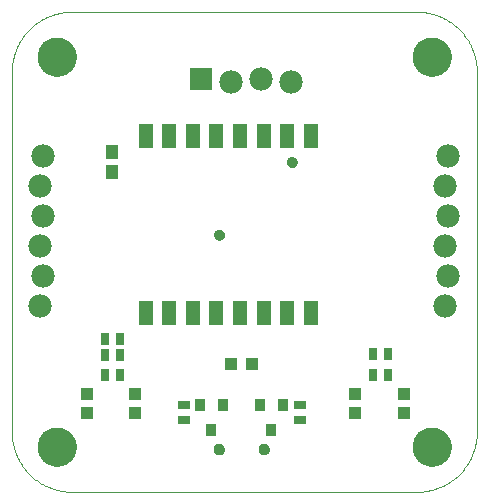
<source format=gts>
G75*
%MOIN*%
%OFA0B0*%
%FSLAX25Y25*%
%IPPOS*%
%LPD*%
%AMOC8*
5,1,8,0,0,1.08239X$1,22.5*
%
%ADD10C,0.00100*%
%ADD11C,0.00000*%
%ADD12C,0.12998*%
%ADD13R,0.04337X0.04731*%
%ADD14R,0.04400X0.04400*%
%ADD15R,0.03156X0.03943*%
%ADD16R,0.03943X0.04337*%
%ADD17R,0.05124X0.08274*%
%ADD18C,0.03746*%
%ADD19C,0.07800*%
%ADD20R,0.07800X0.07800*%
%ADD21C,0.03550*%
%ADD22R,0.03550X0.03943*%
%ADD23R,0.03943X0.03156*%
D10*
X0033000Y0015846D02*
X0148000Y0015846D01*
X0148483Y0015852D01*
X0148966Y0015869D01*
X0149449Y0015899D01*
X0149930Y0015939D01*
X0150411Y0015992D01*
X0150890Y0016056D01*
X0151367Y0016131D01*
X0151843Y0016219D01*
X0152316Y0016317D01*
X0152786Y0016427D01*
X0153254Y0016548D01*
X0153719Y0016681D01*
X0154180Y0016825D01*
X0154638Y0016980D01*
X0155092Y0017146D01*
X0155542Y0017323D01*
X0155987Y0017510D01*
X0156428Y0017709D01*
X0156864Y0017917D01*
X0157294Y0018137D01*
X0157720Y0018367D01*
X0158139Y0018607D01*
X0158553Y0018857D01*
X0158960Y0019117D01*
X0159361Y0019386D01*
X0159756Y0019666D01*
X0160143Y0019954D01*
X0160524Y0020253D01*
X0160897Y0020560D01*
X0161262Y0020876D01*
X0161620Y0021201D01*
X0161970Y0021534D01*
X0162312Y0021876D01*
X0162645Y0022226D01*
X0162970Y0022584D01*
X0163286Y0022949D01*
X0163593Y0023322D01*
X0163892Y0023703D01*
X0164180Y0024090D01*
X0164460Y0024485D01*
X0164729Y0024886D01*
X0164989Y0025293D01*
X0165239Y0025707D01*
X0165479Y0026126D01*
X0165709Y0026552D01*
X0165929Y0026982D01*
X0166137Y0027418D01*
X0166336Y0027859D01*
X0166523Y0028304D01*
X0166700Y0028754D01*
X0166866Y0029208D01*
X0167021Y0029666D01*
X0167165Y0030127D01*
X0167298Y0030592D01*
X0167419Y0031060D01*
X0167529Y0031530D01*
X0167627Y0032003D01*
X0167715Y0032479D01*
X0167790Y0032956D01*
X0167854Y0033435D01*
X0167907Y0033916D01*
X0167947Y0034397D01*
X0167977Y0034880D01*
X0167994Y0035363D01*
X0168000Y0035846D01*
X0168000Y0155846D01*
X0167994Y0156329D01*
X0167977Y0156812D01*
X0167947Y0157295D01*
X0167907Y0157776D01*
X0167854Y0158257D01*
X0167790Y0158736D01*
X0167715Y0159213D01*
X0167627Y0159689D01*
X0167529Y0160162D01*
X0167419Y0160632D01*
X0167298Y0161100D01*
X0167165Y0161565D01*
X0167021Y0162026D01*
X0166866Y0162484D01*
X0166700Y0162938D01*
X0166523Y0163388D01*
X0166336Y0163833D01*
X0166137Y0164274D01*
X0165929Y0164710D01*
X0165709Y0165140D01*
X0165479Y0165566D01*
X0165239Y0165985D01*
X0164989Y0166399D01*
X0164729Y0166806D01*
X0164460Y0167207D01*
X0164180Y0167602D01*
X0163892Y0167989D01*
X0163593Y0168370D01*
X0163286Y0168743D01*
X0162970Y0169108D01*
X0162645Y0169466D01*
X0162312Y0169816D01*
X0161970Y0170158D01*
X0161620Y0170491D01*
X0161262Y0170816D01*
X0160897Y0171132D01*
X0160524Y0171439D01*
X0160143Y0171738D01*
X0159756Y0172026D01*
X0159361Y0172306D01*
X0158960Y0172575D01*
X0158553Y0172835D01*
X0158139Y0173085D01*
X0157720Y0173325D01*
X0157294Y0173555D01*
X0156864Y0173775D01*
X0156428Y0173983D01*
X0155987Y0174182D01*
X0155542Y0174369D01*
X0155092Y0174546D01*
X0154638Y0174712D01*
X0154180Y0174867D01*
X0153719Y0175011D01*
X0153254Y0175144D01*
X0152786Y0175265D01*
X0152316Y0175375D01*
X0151843Y0175473D01*
X0151367Y0175561D01*
X0150890Y0175636D01*
X0150411Y0175700D01*
X0149930Y0175753D01*
X0149449Y0175793D01*
X0148966Y0175823D01*
X0148483Y0175840D01*
X0148000Y0175846D01*
X0033000Y0175846D01*
X0032517Y0175840D01*
X0032034Y0175823D01*
X0031551Y0175793D01*
X0031070Y0175753D01*
X0030589Y0175700D01*
X0030110Y0175636D01*
X0029633Y0175561D01*
X0029157Y0175473D01*
X0028684Y0175375D01*
X0028214Y0175265D01*
X0027746Y0175144D01*
X0027281Y0175011D01*
X0026820Y0174867D01*
X0026362Y0174712D01*
X0025908Y0174546D01*
X0025458Y0174369D01*
X0025013Y0174182D01*
X0024572Y0173983D01*
X0024136Y0173775D01*
X0023706Y0173555D01*
X0023280Y0173325D01*
X0022861Y0173085D01*
X0022447Y0172835D01*
X0022040Y0172575D01*
X0021639Y0172306D01*
X0021244Y0172026D01*
X0020857Y0171738D01*
X0020476Y0171439D01*
X0020103Y0171132D01*
X0019738Y0170816D01*
X0019380Y0170491D01*
X0019030Y0170158D01*
X0018688Y0169816D01*
X0018355Y0169466D01*
X0018030Y0169108D01*
X0017714Y0168743D01*
X0017407Y0168370D01*
X0017108Y0167989D01*
X0016820Y0167602D01*
X0016540Y0167207D01*
X0016271Y0166806D01*
X0016011Y0166399D01*
X0015761Y0165985D01*
X0015521Y0165566D01*
X0015291Y0165140D01*
X0015071Y0164710D01*
X0014863Y0164274D01*
X0014664Y0163833D01*
X0014477Y0163388D01*
X0014300Y0162938D01*
X0014134Y0162484D01*
X0013979Y0162026D01*
X0013835Y0161565D01*
X0013702Y0161100D01*
X0013581Y0160632D01*
X0013471Y0160162D01*
X0013373Y0159689D01*
X0013285Y0159213D01*
X0013210Y0158736D01*
X0013146Y0158257D01*
X0013093Y0157776D01*
X0013053Y0157295D01*
X0013023Y0156812D01*
X0013006Y0156329D01*
X0013000Y0155846D01*
X0013000Y0035846D01*
X0013006Y0035363D01*
X0013023Y0034880D01*
X0013053Y0034397D01*
X0013093Y0033916D01*
X0013146Y0033435D01*
X0013210Y0032956D01*
X0013285Y0032479D01*
X0013373Y0032003D01*
X0013471Y0031530D01*
X0013581Y0031060D01*
X0013702Y0030592D01*
X0013835Y0030127D01*
X0013979Y0029666D01*
X0014134Y0029208D01*
X0014300Y0028754D01*
X0014477Y0028304D01*
X0014664Y0027859D01*
X0014863Y0027418D01*
X0015071Y0026982D01*
X0015291Y0026552D01*
X0015521Y0026126D01*
X0015761Y0025707D01*
X0016011Y0025293D01*
X0016271Y0024886D01*
X0016540Y0024485D01*
X0016820Y0024090D01*
X0017108Y0023703D01*
X0017407Y0023322D01*
X0017714Y0022949D01*
X0018030Y0022584D01*
X0018355Y0022226D01*
X0018688Y0021876D01*
X0019030Y0021534D01*
X0019380Y0021201D01*
X0019738Y0020876D01*
X0020103Y0020560D01*
X0020476Y0020253D01*
X0020857Y0019954D01*
X0021244Y0019666D01*
X0021639Y0019386D01*
X0022040Y0019117D01*
X0022447Y0018857D01*
X0022861Y0018607D01*
X0023280Y0018367D01*
X0023706Y0018137D01*
X0024136Y0017917D01*
X0024572Y0017709D01*
X0025013Y0017510D01*
X0025458Y0017323D01*
X0025908Y0017146D01*
X0026362Y0016980D01*
X0026820Y0016825D01*
X0027281Y0016681D01*
X0027746Y0016548D01*
X0028214Y0016427D01*
X0028684Y0016317D01*
X0029157Y0016219D01*
X0029633Y0016131D01*
X0030110Y0016056D01*
X0030589Y0015992D01*
X0031070Y0015939D01*
X0031551Y0015899D01*
X0032034Y0015869D01*
X0032517Y0015852D01*
X0033000Y0015846D01*
D11*
X0021701Y0030846D02*
X0021703Y0031004D01*
X0021709Y0031162D01*
X0021719Y0031320D01*
X0021733Y0031478D01*
X0021751Y0031635D01*
X0021772Y0031792D01*
X0021798Y0031948D01*
X0021828Y0032104D01*
X0021861Y0032259D01*
X0021899Y0032412D01*
X0021940Y0032565D01*
X0021985Y0032717D01*
X0022034Y0032868D01*
X0022087Y0033017D01*
X0022143Y0033165D01*
X0022203Y0033311D01*
X0022267Y0033456D01*
X0022335Y0033599D01*
X0022406Y0033741D01*
X0022480Y0033881D01*
X0022558Y0034018D01*
X0022640Y0034154D01*
X0022724Y0034288D01*
X0022813Y0034419D01*
X0022904Y0034548D01*
X0022999Y0034675D01*
X0023096Y0034800D01*
X0023197Y0034922D01*
X0023301Y0035041D01*
X0023408Y0035158D01*
X0023518Y0035272D01*
X0023631Y0035383D01*
X0023746Y0035492D01*
X0023864Y0035597D01*
X0023985Y0035699D01*
X0024108Y0035799D01*
X0024234Y0035895D01*
X0024362Y0035988D01*
X0024492Y0036078D01*
X0024625Y0036164D01*
X0024760Y0036248D01*
X0024896Y0036327D01*
X0025035Y0036404D01*
X0025176Y0036476D01*
X0025318Y0036546D01*
X0025462Y0036611D01*
X0025608Y0036673D01*
X0025755Y0036731D01*
X0025904Y0036786D01*
X0026054Y0036837D01*
X0026205Y0036884D01*
X0026357Y0036927D01*
X0026510Y0036966D01*
X0026665Y0037002D01*
X0026820Y0037033D01*
X0026976Y0037061D01*
X0027132Y0037085D01*
X0027289Y0037105D01*
X0027447Y0037121D01*
X0027604Y0037133D01*
X0027763Y0037141D01*
X0027921Y0037145D01*
X0028079Y0037145D01*
X0028237Y0037141D01*
X0028396Y0037133D01*
X0028553Y0037121D01*
X0028711Y0037105D01*
X0028868Y0037085D01*
X0029024Y0037061D01*
X0029180Y0037033D01*
X0029335Y0037002D01*
X0029490Y0036966D01*
X0029643Y0036927D01*
X0029795Y0036884D01*
X0029946Y0036837D01*
X0030096Y0036786D01*
X0030245Y0036731D01*
X0030392Y0036673D01*
X0030538Y0036611D01*
X0030682Y0036546D01*
X0030824Y0036476D01*
X0030965Y0036404D01*
X0031104Y0036327D01*
X0031240Y0036248D01*
X0031375Y0036164D01*
X0031508Y0036078D01*
X0031638Y0035988D01*
X0031766Y0035895D01*
X0031892Y0035799D01*
X0032015Y0035699D01*
X0032136Y0035597D01*
X0032254Y0035492D01*
X0032369Y0035383D01*
X0032482Y0035272D01*
X0032592Y0035158D01*
X0032699Y0035041D01*
X0032803Y0034922D01*
X0032904Y0034800D01*
X0033001Y0034675D01*
X0033096Y0034548D01*
X0033187Y0034419D01*
X0033276Y0034288D01*
X0033360Y0034154D01*
X0033442Y0034018D01*
X0033520Y0033881D01*
X0033594Y0033741D01*
X0033665Y0033599D01*
X0033733Y0033456D01*
X0033797Y0033311D01*
X0033857Y0033165D01*
X0033913Y0033017D01*
X0033966Y0032868D01*
X0034015Y0032717D01*
X0034060Y0032565D01*
X0034101Y0032412D01*
X0034139Y0032259D01*
X0034172Y0032104D01*
X0034202Y0031948D01*
X0034228Y0031792D01*
X0034249Y0031635D01*
X0034267Y0031478D01*
X0034281Y0031320D01*
X0034291Y0031162D01*
X0034297Y0031004D01*
X0034299Y0030846D01*
X0034297Y0030688D01*
X0034291Y0030530D01*
X0034281Y0030372D01*
X0034267Y0030214D01*
X0034249Y0030057D01*
X0034228Y0029900D01*
X0034202Y0029744D01*
X0034172Y0029588D01*
X0034139Y0029433D01*
X0034101Y0029280D01*
X0034060Y0029127D01*
X0034015Y0028975D01*
X0033966Y0028824D01*
X0033913Y0028675D01*
X0033857Y0028527D01*
X0033797Y0028381D01*
X0033733Y0028236D01*
X0033665Y0028093D01*
X0033594Y0027951D01*
X0033520Y0027811D01*
X0033442Y0027674D01*
X0033360Y0027538D01*
X0033276Y0027404D01*
X0033187Y0027273D01*
X0033096Y0027144D01*
X0033001Y0027017D01*
X0032904Y0026892D01*
X0032803Y0026770D01*
X0032699Y0026651D01*
X0032592Y0026534D01*
X0032482Y0026420D01*
X0032369Y0026309D01*
X0032254Y0026200D01*
X0032136Y0026095D01*
X0032015Y0025993D01*
X0031892Y0025893D01*
X0031766Y0025797D01*
X0031638Y0025704D01*
X0031508Y0025614D01*
X0031375Y0025528D01*
X0031240Y0025444D01*
X0031104Y0025365D01*
X0030965Y0025288D01*
X0030824Y0025216D01*
X0030682Y0025146D01*
X0030538Y0025081D01*
X0030392Y0025019D01*
X0030245Y0024961D01*
X0030096Y0024906D01*
X0029946Y0024855D01*
X0029795Y0024808D01*
X0029643Y0024765D01*
X0029490Y0024726D01*
X0029335Y0024690D01*
X0029180Y0024659D01*
X0029024Y0024631D01*
X0028868Y0024607D01*
X0028711Y0024587D01*
X0028553Y0024571D01*
X0028396Y0024559D01*
X0028237Y0024551D01*
X0028079Y0024547D01*
X0027921Y0024547D01*
X0027763Y0024551D01*
X0027604Y0024559D01*
X0027447Y0024571D01*
X0027289Y0024587D01*
X0027132Y0024607D01*
X0026976Y0024631D01*
X0026820Y0024659D01*
X0026665Y0024690D01*
X0026510Y0024726D01*
X0026357Y0024765D01*
X0026205Y0024808D01*
X0026054Y0024855D01*
X0025904Y0024906D01*
X0025755Y0024961D01*
X0025608Y0025019D01*
X0025462Y0025081D01*
X0025318Y0025146D01*
X0025176Y0025216D01*
X0025035Y0025288D01*
X0024896Y0025365D01*
X0024760Y0025444D01*
X0024625Y0025528D01*
X0024492Y0025614D01*
X0024362Y0025704D01*
X0024234Y0025797D01*
X0024108Y0025893D01*
X0023985Y0025993D01*
X0023864Y0026095D01*
X0023746Y0026200D01*
X0023631Y0026309D01*
X0023518Y0026420D01*
X0023408Y0026534D01*
X0023301Y0026651D01*
X0023197Y0026770D01*
X0023096Y0026892D01*
X0022999Y0027017D01*
X0022904Y0027144D01*
X0022813Y0027273D01*
X0022724Y0027404D01*
X0022640Y0027538D01*
X0022558Y0027674D01*
X0022480Y0027811D01*
X0022406Y0027951D01*
X0022335Y0028093D01*
X0022267Y0028236D01*
X0022203Y0028381D01*
X0022143Y0028527D01*
X0022087Y0028675D01*
X0022034Y0028824D01*
X0021985Y0028975D01*
X0021940Y0029127D01*
X0021899Y0029280D01*
X0021861Y0029433D01*
X0021828Y0029588D01*
X0021798Y0029744D01*
X0021772Y0029900D01*
X0021751Y0030057D01*
X0021733Y0030214D01*
X0021719Y0030372D01*
X0021709Y0030530D01*
X0021703Y0030688D01*
X0021701Y0030846D01*
X0080347Y0030008D02*
X0080349Y0030089D01*
X0080355Y0030171D01*
X0080365Y0030252D01*
X0080379Y0030332D01*
X0080396Y0030411D01*
X0080418Y0030490D01*
X0080443Y0030567D01*
X0080472Y0030644D01*
X0080505Y0030718D01*
X0080542Y0030791D01*
X0080581Y0030862D01*
X0080625Y0030931D01*
X0080671Y0030998D01*
X0080721Y0031062D01*
X0080774Y0031124D01*
X0080830Y0031184D01*
X0080888Y0031240D01*
X0080950Y0031294D01*
X0081014Y0031345D01*
X0081080Y0031392D01*
X0081148Y0031436D01*
X0081219Y0031477D01*
X0081291Y0031514D01*
X0081366Y0031548D01*
X0081441Y0031578D01*
X0081519Y0031604D01*
X0081597Y0031627D01*
X0081676Y0031645D01*
X0081756Y0031660D01*
X0081837Y0031671D01*
X0081918Y0031678D01*
X0082000Y0031681D01*
X0082081Y0031680D01*
X0082162Y0031675D01*
X0082243Y0031666D01*
X0082324Y0031653D01*
X0082404Y0031636D01*
X0082482Y0031616D01*
X0082560Y0031591D01*
X0082637Y0031563D01*
X0082712Y0031531D01*
X0082785Y0031496D01*
X0082856Y0031457D01*
X0082926Y0031414D01*
X0082993Y0031369D01*
X0083059Y0031320D01*
X0083121Y0031268D01*
X0083181Y0031212D01*
X0083238Y0031154D01*
X0083293Y0031094D01*
X0083344Y0031030D01*
X0083392Y0030965D01*
X0083437Y0030897D01*
X0083479Y0030827D01*
X0083517Y0030755D01*
X0083552Y0030681D01*
X0083583Y0030606D01*
X0083610Y0030529D01*
X0083633Y0030451D01*
X0083653Y0030372D01*
X0083669Y0030292D01*
X0083681Y0030211D01*
X0083689Y0030130D01*
X0083693Y0030049D01*
X0083693Y0029967D01*
X0083689Y0029886D01*
X0083681Y0029805D01*
X0083669Y0029724D01*
X0083653Y0029644D01*
X0083633Y0029565D01*
X0083610Y0029487D01*
X0083583Y0029410D01*
X0083552Y0029335D01*
X0083517Y0029261D01*
X0083479Y0029189D01*
X0083437Y0029119D01*
X0083392Y0029051D01*
X0083344Y0028986D01*
X0083293Y0028922D01*
X0083238Y0028862D01*
X0083181Y0028804D01*
X0083121Y0028748D01*
X0083059Y0028696D01*
X0082993Y0028647D01*
X0082926Y0028602D01*
X0082857Y0028559D01*
X0082785Y0028520D01*
X0082712Y0028485D01*
X0082637Y0028453D01*
X0082560Y0028425D01*
X0082482Y0028400D01*
X0082404Y0028380D01*
X0082324Y0028363D01*
X0082243Y0028350D01*
X0082162Y0028341D01*
X0082081Y0028336D01*
X0082000Y0028335D01*
X0081918Y0028338D01*
X0081837Y0028345D01*
X0081756Y0028356D01*
X0081676Y0028371D01*
X0081597Y0028389D01*
X0081519Y0028412D01*
X0081441Y0028438D01*
X0081366Y0028468D01*
X0081291Y0028502D01*
X0081219Y0028539D01*
X0081148Y0028580D01*
X0081080Y0028624D01*
X0081014Y0028671D01*
X0080950Y0028722D01*
X0080888Y0028776D01*
X0080830Y0028832D01*
X0080774Y0028892D01*
X0080721Y0028954D01*
X0080671Y0029018D01*
X0080625Y0029085D01*
X0080581Y0029154D01*
X0080542Y0029225D01*
X0080505Y0029298D01*
X0080472Y0029372D01*
X0080443Y0029449D01*
X0080418Y0029526D01*
X0080396Y0029605D01*
X0080379Y0029684D01*
X0080365Y0029764D01*
X0080355Y0029845D01*
X0080349Y0029927D01*
X0080347Y0030008D01*
X0095307Y0030008D02*
X0095309Y0030089D01*
X0095315Y0030171D01*
X0095325Y0030252D01*
X0095339Y0030332D01*
X0095356Y0030411D01*
X0095378Y0030490D01*
X0095403Y0030567D01*
X0095432Y0030644D01*
X0095465Y0030718D01*
X0095502Y0030791D01*
X0095541Y0030862D01*
X0095585Y0030931D01*
X0095631Y0030998D01*
X0095681Y0031062D01*
X0095734Y0031124D01*
X0095790Y0031184D01*
X0095848Y0031240D01*
X0095910Y0031294D01*
X0095974Y0031345D01*
X0096040Y0031392D01*
X0096108Y0031436D01*
X0096179Y0031477D01*
X0096251Y0031514D01*
X0096326Y0031548D01*
X0096401Y0031578D01*
X0096479Y0031604D01*
X0096557Y0031627D01*
X0096636Y0031645D01*
X0096716Y0031660D01*
X0096797Y0031671D01*
X0096878Y0031678D01*
X0096960Y0031681D01*
X0097041Y0031680D01*
X0097122Y0031675D01*
X0097203Y0031666D01*
X0097284Y0031653D01*
X0097364Y0031636D01*
X0097442Y0031616D01*
X0097520Y0031591D01*
X0097597Y0031563D01*
X0097672Y0031531D01*
X0097745Y0031496D01*
X0097816Y0031457D01*
X0097886Y0031414D01*
X0097953Y0031369D01*
X0098019Y0031320D01*
X0098081Y0031268D01*
X0098141Y0031212D01*
X0098198Y0031154D01*
X0098253Y0031094D01*
X0098304Y0031030D01*
X0098352Y0030965D01*
X0098397Y0030897D01*
X0098439Y0030827D01*
X0098477Y0030755D01*
X0098512Y0030681D01*
X0098543Y0030606D01*
X0098570Y0030529D01*
X0098593Y0030451D01*
X0098613Y0030372D01*
X0098629Y0030292D01*
X0098641Y0030211D01*
X0098649Y0030130D01*
X0098653Y0030049D01*
X0098653Y0029967D01*
X0098649Y0029886D01*
X0098641Y0029805D01*
X0098629Y0029724D01*
X0098613Y0029644D01*
X0098593Y0029565D01*
X0098570Y0029487D01*
X0098543Y0029410D01*
X0098512Y0029335D01*
X0098477Y0029261D01*
X0098439Y0029189D01*
X0098397Y0029119D01*
X0098352Y0029051D01*
X0098304Y0028986D01*
X0098253Y0028922D01*
X0098198Y0028862D01*
X0098141Y0028804D01*
X0098081Y0028748D01*
X0098019Y0028696D01*
X0097953Y0028647D01*
X0097886Y0028602D01*
X0097817Y0028559D01*
X0097745Y0028520D01*
X0097672Y0028485D01*
X0097597Y0028453D01*
X0097520Y0028425D01*
X0097442Y0028400D01*
X0097364Y0028380D01*
X0097284Y0028363D01*
X0097203Y0028350D01*
X0097122Y0028341D01*
X0097041Y0028336D01*
X0096960Y0028335D01*
X0096878Y0028338D01*
X0096797Y0028345D01*
X0096716Y0028356D01*
X0096636Y0028371D01*
X0096557Y0028389D01*
X0096479Y0028412D01*
X0096401Y0028438D01*
X0096326Y0028468D01*
X0096251Y0028502D01*
X0096179Y0028539D01*
X0096108Y0028580D01*
X0096040Y0028624D01*
X0095974Y0028671D01*
X0095910Y0028722D01*
X0095848Y0028776D01*
X0095790Y0028832D01*
X0095734Y0028892D01*
X0095681Y0028954D01*
X0095631Y0029018D01*
X0095585Y0029085D01*
X0095541Y0029154D01*
X0095502Y0029225D01*
X0095465Y0029298D01*
X0095432Y0029372D01*
X0095403Y0029449D01*
X0095378Y0029526D01*
X0095356Y0029605D01*
X0095339Y0029684D01*
X0095325Y0029764D01*
X0095315Y0029845D01*
X0095309Y0029927D01*
X0095307Y0030008D01*
X0146701Y0030846D02*
X0146703Y0031004D01*
X0146709Y0031162D01*
X0146719Y0031320D01*
X0146733Y0031478D01*
X0146751Y0031635D01*
X0146772Y0031792D01*
X0146798Y0031948D01*
X0146828Y0032104D01*
X0146861Y0032259D01*
X0146899Y0032412D01*
X0146940Y0032565D01*
X0146985Y0032717D01*
X0147034Y0032868D01*
X0147087Y0033017D01*
X0147143Y0033165D01*
X0147203Y0033311D01*
X0147267Y0033456D01*
X0147335Y0033599D01*
X0147406Y0033741D01*
X0147480Y0033881D01*
X0147558Y0034018D01*
X0147640Y0034154D01*
X0147724Y0034288D01*
X0147813Y0034419D01*
X0147904Y0034548D01*
X0147999Y0034675D01*
X0148096Y0034800D01*
X0148197Y0034922D01*
X0148301Y0035041D01*
X0148408Y0035158D01*
X0148518Y0035272D01*
X0148631Y0035383D01*
X0148746Y0035492D01*
X0148864Y0035597D01*
X0148985Y0035699D01*
X0149108Y0035799D01*
X0149234Y0035895D01*
X0149362Y0035988D01*
X0149492Y0036078D01*
X0149625Y0036164D01*
X0149760Y0036248D01*
X0149896Y0036327D01*
X0150035Y0036404D01*
X0150176Y0036476D01*
X0150318Y0036546D01*
X0150462Y0036611D01*
X0150608Y0036673D01*
X0150755Y0036731D01*
X0150904Y0036786D01*
X0151054Y0036837D01*
X0151205Y0036884D01*
X0151357Y0036927D01*
X0151510Y0036966D01*
X0151665Y0037002D01*
X0151820Y0037033D01*
X0151976Y0037061D01*
X0152132Y0037085D01*
X0152289Y0037105D01*
X0152447Y0037121D01*
X0152604Y0037133D01*
X0152763Y0037141D01*
X0152921Y0037145D01*
X0153079Y0037145D01*
X0153237Y0037141D01*
X0153396Y0037133D01*
X0153553Y0037121D01*
X0153711Y0037105D01*
X0153868Y0037085D01*
X0154024Y0037061D01*
X0154180Y0037033D01*
X0154335Y0037002D01*
X0154490Y0036966D01*
X0154643Y0036927D01*
X0154795Y0036884D01*
X0154946Y0036837D01*
X0155096Y0036786D01*
X0155245Y0036731D01*
X0155392Y0036673D01*
X0155538Y0036611D01*
X0155682Y0036546D01*
X0155824Y0036476D01*
X0155965Y0036404D01*
X0156104Y0036327D01*
X0156240Y0036248D01*
X0156375Y0036164D01*
X0156508Y0036078D01*
X0156638Y0035988D01*
X0156766Y0035895D01*
X0156892Y0035799D01*
X0157015Y0035699D01*
X0157136Y0035597D01*
X0157254Y0035492D01*
X0157369Y0035383D01*
X0157482Y0035272D01*
X0157592Y0035158D01*
X0157699Y0035041D01*
X0157803Y0034922D01*
X0157904Y0034800D01*
X0158001Y0034675D01*
X0158096Y0034548D01*
X0158187Y0034419D01*
X0158276Y0034288D01*
X0158360Y0034154D01*
X0158442Y0034018D01*
X0158520Y0033881D01*
X0158594Y0033741D01*
X0158665Y0033599D01*
X0158733Y0033456D01*
X0158797Y0033311D01*
X0158857Y0033165D01*
X0158913Y0033017D01*
X0158966Y0032868D01*
X0159015Y0032717D01*
X0159060Y0032565D01*
X0159101Y0032412D01*
X0159139Y0032259D01*
X0159172Y0032104D01*
X0159202Y0031948D01*
X0159228Y0031792D01*
X0159249Y0031635D01*
X0159267Y0031478D01*
X0159281Y0031320D01*
X0159291Y0031162D01*
X0159297Y0031004D01*
X0159299Y0030846D01*
X0159297Y0030688D01*
X0159291Y0030530D01*
X0159281Y0030372D01*
X0159267Y0030214D01*
X0159249Y0030057D01*
X0159228Y0029900D01*
X0159202Y0029744D01*
X0159172Y0029588D01*
X0159139Y0029433D01*
X0159101Y0029280D01*
X0159060Y0029127D01*
X0159015Y0028975D01*
X0158966Y0028824D01*
X0158913Y0028675D01*
X0158857Y0028527D01*
X0158797Y0028381D01*
X0158733Y0028236D01*
X0158665Y0028093D01*
X0158594Y0027951D01*
X0158520Y0027811D01*
X0158442Y0027674D01*
X0158360Y0027538D01*
X0158276Y0027404D01*
X0158187Y0027273D01*
X0158096Y0027144D01*
X0158001Y0027017D01*
X0157904Y0026892D01*
X0157803Y0026770D01*
X0157699Y0026651D01*
X0157592Y0026534D01*
X0157482Y0026420D01*
X0157369Y0026309D01*
X0157254Y0026200D01*
X0157136Y0026095D01*
X0157015Y0025993D01*
X0156892Y0025893D01*
X0156766Y0025797D01*
X0156638Y0025704D01*
X0156508Y0025614D01*
X0156375Y0025528D01*
X0156240Y0025444D01*
X0156104Y0025365D01*
X0155965Y0025288D01*
X0155824Y0025216D01*
X0155682Y0025146D01*
X0155538Y0025081D01*
X0155392Y0025019D01*
X0155245Y0024961D01*
X0155096Y0024906D01*
X0154946Y0024855D01*
X0154795Y0024808D01*
X0154643Y0024765D01*
X0154490Y0024726D01*
X0154335Y0024690D01*
X0154180Y0024659D01*
X0154024Y0024631D01*
X0153868Y0024607D01*
X0153711Y0024587D01*
X0153553Y0024571D01*
X0153396Y0024559D01*
X0153237Y0024551D01*
X0153079Y0024547D01*
X0152921Y0024547D01*
X0152763Y0024551D01*
X0152604Y0024559D01*
X0152447Y0024571D01*
X0152289Y0024587D01*
X0152132Y0024607D01*
X0151976Y0024631D01*
X0151820Y0024659D01*
X0151665Y0024690D01*
X0151510Y0024726D01*
X0151357Y0024765D01*
X0151205Y0024808D01*
X0151054Y0024855D01*
X0150904Y0024906D01*
X0150755Y0024961D01*
X0150608Y0025019D01*
X0150462Y0025081D01*
X0150318Y0025146D01*
X0150176Y0025216D01*
X0150035Y0025288D01*
X0149896Y0025365D01*
X0149760Y0025444D01*
X0149625Y0025528D01*
X0149492Y0025614D01*
X0149362Y0025704D01*
X0149234Y0025797D01*
X0149108Y0025893D01*
X0148985Y0025993D01*
X0148864Y0026095D01*
X0148746Y0026200D01*
X0148631Y0026309D01*
X0148518Y0026420D01*
X0148408Y0026534D01*
X0148301Y0026651D01*
X0148197Y0026770D01*
X0148096Y0026892D01*
X0147999Y0027017D01*
X0147904Y0027144D01*
X0147813Y0027273D01*
X0147724Y0027404D01*
X0147640Y0027538D01*
X0147558Y0027674D01*
X0147480Y0027811D01*
X0147406Y0027951D01*
X0147335Y0028093D01*
X0147267Y0028236D01*
X0147203Y0028381D01*
X0147143Y0028527D01*
X0147087Y0028675D01*
X0147034Y0028824D01*
X0146985Y0028975D01*
X0146940Y0029127D01*
X0146899Y0029280D01*
X0146861Y0029433D01*
X0146828Y0029588D01*
X0146798Y0029744D01*
X0146772Y0029900D01*
X0146751Y0030057D01*
X0146733Y0030214D01*
X0146719Y0030372D01*
X0146709Y0030530D01*
X0146703Y0030688D01*
X0146701Y0030846D01*
X0080567Y0101492D02*
X0080569Y0101571D01*
X0080575Y0101650D01*
X0080585Y0101729D01*
X0080599Y0101807D01*
X0080616Y0101884D01*
X0080638Y0101960D01*
X0080663Y0102035D01*
X0080693Y0102108D01*
X0080725Y0102180D01*
X0080762Y0102251D01*
X0080802Y0102319D01*
X0080845Y0102385D01*
X0080891Y0102449D01*
X0080941Y0102511D01*
X0080994Y0102570D01*
X0081049Y0102626D01*
X0081108Y0102680D01*
X0081169Y0102730D01*
X0081232Y0102778D01*
X0081298Y0102822D01*
X0081366Y0102863D01*
X0081436Y0102900D01*
X0081507Y0102934D01*
X0081581Y0102964D01*
X0081655Y0102990D01*
X0081731Y0103012D01*
X0081808Y0103031D01*
X0081886Y0103046D01*
X0081964Y0103057D01*
X0082043Y0103064D01*
X0082122Y0103067D01*
X0082201Y0103066D01*
X0082280Y0103061D01*
X0082359Y0103052D01*
X0082437Y0103039D01*
X0082514Y0103022D01*
X0082591Y0103002D01*
X0082666Y0102977D01*
X0082740Y0102949D01*
X0082813Y0102917D01*
X0082883Y0102882D01*
X0082952Y0102843D01*
X0083019Y0102800D01*
X0083084Y0102754D01*
X0083146Y0102706D01*
X0083206Y0102654D01*
X0083263Y0102599D01*
X0083317Y0102541D01*
X0083368Y0102481D01*
X0083416Y0102418D01*
X0083461Y0102353D01*
X0083503Y0102285D01*
X0083541Y0102216D01*
X0083575Y0102145D01*
X0083606Y0102072D01*
X0083634Y0101997D01*
X0083657Y0101922D01*
X0083677Y0101845D01*
X0083693Y0101768D01*
X0083705Y0101689D01*
X0083713Y0101611D01*
X0083717Y0101532D01*
X0083717Y0101452D01*
X0083713Y0101373D01*
X0083705Y0101295D01*
X0083693Y0101216D01*
X0083677Y0101139D01*
X0083657Y0101062D01*
X0083634Y0100987D01*
X0083606Y0100912D01*
X0083575Y0100839D01*
X0083541Y0100768D01*
X0083503Y0100699D01*
X0083461Y0100631D01*
X0083416Y0100566D01*
X0083368Y0100503D01*
X0083317Y0100443D01*
X0083263Y0100385D01*
X0083206Y0100330D01*
X0083146Y0100278D01*
X0083084Y0100230D01*
X0083019Y0100184D01*
X0082952Y0100141D01*
X0082883Y0100102D01*
X0082813Y0100067D01*
X0082740Y0100035D01*
X0082666Y0100007D01*
X0082591Y0099982D01*
X0082514Y0099962D01*
X0082437Y0099945D01*
X0082359Y0099932D01*
X0082280Y0099923D01*
X0082201Y0099918D01*
X0082122Y0099917D01*
X0082043Y0099920D01*
X0081964Y0099927D01*
X0081886Y0099938D01*
X0081808Y0099953D01*
X0081731Y0099972D01*
X0081655Y0099994D01*
X0081581Y0100020D01*
X0081507Y0100050D01*
X0081436Y0100084D01*
X0081366Y0100121D01*
X0081298Y0100162D01*
X0081232Y0100206D01*
X0081169Y0100254D01*
X0081108Y0100304D01*
X0081049Y0100358D01*
X0080994Y0100414D01*
X0080941Y0100473D01*
X0080891Y0100535D01*
X0080845Y0100599D01*
X0080802Y0100665D01*
X0080762Y0100733D01*
X0080725Y0100804D01*
X0080693Y0100876D01*
X0080663Y0100949D01*
X0080638Y0101024D01*
X0080616Y0101100D01*
X0080599Y0101177D01*
X0080585Y0101255D01*
X0080575Y0101334D01*
X0080569Y0101413D01*
X0080567Y0101492D01*
X0104779Y0125705D02*
X0104781Y0125784D01*
X0104787Y0125863D01*
X0104797Y0125942D01*
X0104811Y0126020D01*
X0104828Y0126097D01*
X0104850Y0126173D01*
X0104875Y0126248D01*
X0104905Y0126321D01*
X0104937Y0126393D01*
X0104974Y0126464D01*
X0105014Y0126532D01*
X0105057Y0126598D01*
X0105103Y0126662D01*
X0105153Y0126724D01*
X0105206Y0126783D01*
X0105261Y0126839D01*
X0105320Y0126893D01*
X0105381Y0126943D01*
X0105444Y0126991D01*
X0105510Y0127035D01*
X0105578Y0127076D01*
X0105648Y0127113D01*
X0105719Y0127147D01*
X0105793Y0127177D01*
X0105867Y0127203D01*
X0105943Y0127225D01*
X0106020Y0127244D01*
X0106098Y0127259D01*
X0106176Y0127270D01*
X0106255Y0127277D01*
X0106334Y0127280D01*
X0106413Y0127279D01*
X0106492Y0127274D01*
X0106571Y0127265D01*
X0106649Y0127252D01*
X0106726Y0127235D01*
X0106803Y0127215D01*
X0106878Y0127190D01*
X0106952Y0127162D01*
X0107025Y0127130D01*
X0107095Y0127095D01*
X0107164Y0127056D01*
X0107231Y0127013D01*
X0107296Y0126967D01*
X0107358Y0126919D01*
X0107418Y0126867D01*
X0107475Y0126812D01*
X0107529Y0126754D01*
X0107580Y0126694D01*
X0107628Y0126631D01*
X0107673Y0126566D01*
X0107715Y0126498D01*
X0107753Y0126429D01*
X0107787Y0126358D01*
X0107818Y0126285D01*
X0107846Y0126210D01*
X0107869Y0126135D01*
X0107889Y0126058D01*
X0107905Y0125981D01*
X0107917Y0125902D01*
X0107925Y0125824D01*
X0107929Y0125745D01*
X0107929Y0125665D01*
X0107925Y0125586D01*
X0107917Y0125508D01*
X0107905Y0125429D01*
X0107889Y0125352D01*
X0107869Y0125275D01*
X0107846Y0125200D01*
X0107818Y0125125D01*
X0107787Y0125052D01*
X0107753Y0124981D01*
X0107715Y0124912D01*
X0107673Y0124844D01*
X0107628Y0124779D01*
X0107580Y0124716D01*
X0107529Y0124656D01*
X0107475Y0124598D01*
X0107418Y0124543D01*
X0107358Y0124491D01*
X0107296Y0124443D01*
X0107231Y0124397D01*
X0107164Y0124354D01*
X0107095Y0124315D01*
X0107025Y0124280D01*
X0106952Y0124248D01*
X0106878Y0124220D01*
X0106803Y0124195D01*
X0106726Y0124175D01*
X0106649Y0124158D01*
X0106571Y0124145D01*
X0106492Y0124136D01*
X0106413Y0124131D01*
X0106334Y0124130D01*
X0106255Y0124133D01*
X0106176Y0124140D01*
X0106098Y0124151D01*
X0106020Y0124166D01*
X0105943Y0124185D01*
X0105867Y0124207D01*
X0105793Y0124233D01*
X0105719Y0124263D01*
X0105648Y0124297D01*
X0105578Y0124334D01*
X0105510Y0124375D01*
X0105444Y0124419D01*
X0105381Y0124467D01*
X0105320Y0124517D01*
X0105261Y0124571D01*
X0105206Y0124627D01*
X0105153Y0124686D01*
X0105103Y0124748D01*
X0105057Y0124812D01*
X0105014Y0124878D01*
X0104974Y0124946D01*
X0104937Y0125017D01*
X0104905Y0125089D01*
X0104875Y0125162D01*
X0104850Y0125237D01*
X0104828Y0125313D01*
X0104811Y0125390D01*
X0104797Y0125468D01*
X0104787Y0125547D01*
X0104781Y0125626D01*
X0104779Y0125705D01*
X0146701Y0160846D02*
X0146703Y0161004D01*
X0146709Y0161162D01*
X0146719Y0161320D01*
X0146733Y0161478D01*
X0146751Y0161635D01*
X0146772Y0161792D01*
X0146798Y0161948D01*
X0146828Y0162104D01*
X0146861Y0162259D01*
X0146899Y0162412D01*
X0146940Y0162565D01*
X0146985Y0162717D01*
X0147034Y0162868D01*
X0147087Y0163017D01*
X0147143Y0163165D01*
X0147203Y0163311D01*
X0147267Y0163456D01*
X0147335Y0163599D01*
X0147406Y0163741D01*
X0147480Y0163881D01*
X0147558Y0164018D01*
X0147640Y0164154D01*
X0147724Y0164288D01*
X0147813Y0164419D01*
X0147904Y0164548D01*
X0147999Y0164675D01*
X0148096Y0164800D01*
X0148197Y0164922D01*
X0148301Y0165041D01*
X0148408Y0165158D01*
X0148518Y0165272D01*
X0148631Y0165383D01*
X0148746Y0165492D01*
X0148864Y0165597D01*
X0148985Y0165699D01*
X0149108Y0165799D01*
X0149234Y0165895D01*
X0149362Y0165988D01*
X0149492Y0166078D01*
X0149625Y0166164D01*
X0149760Y0166248D01*
X0149896Y0166327D01*
X0150035Y0166404D01*
X0150176Y0166476D01*
X0150318Y0166546D01*
X0150462Y0166611D01*
X0150608Y0166673D01*
X0150755Y0166731D01*
X0150904Y0166786D01*
X0151054Y0166837D01*
X0151205Y0166884D01*
X0151357Y0166927D01*
X0151510Y0166966D01*
X0151665Y0167002D01*
X0151820Y0167033D01*
X0151976Y0167061D01*
X0152132Y0167085D01*
X0152289Y0167105D01*
X0152447Y0167121D01*
X0152604Y0167133D01*
X0152763Y0167141D01*
X0152921Y0167145D01*
X0153079Y0167145D01*
X0153237Y0167141D01*
X0153396Y0167133D01*
X0153553Y0167121D01*
X0153711Y0167105D01*
X0153868Y0167085D01*
X0154024Y0167061D01*
X0154180Y0167033D01*
X0154335Y0167002D01*
X0154490Y0166966D01*
X0154643Y0166927D01*
X0154795Y0166884D01*
X0154946Y0166837D01*
X0155096Y0166786D01*
X0155245Y0166731D01*
X0155392Y0166673D01*
X0155538Y0166611D01*
X0155682Y0166546D01*
X0155824Y0166476D01*
X0155965Y0166404D01*
X0156104Y0166327D01*
X0156240Y0166248D01*
X0156375Y0166164D01*
X0156508Y0166078D01*
X0156638Y0165988D01*
X0156766Y0165895D01*
X0156892Y0165799D01*
X0157015Y0165699D01*
X0157136Y0165597D01*
X0157254Y0165492D01*
X0157369Y0165383D01*
X0157482Y0165272D01*
X0157592Y0165158D01*
X0157699Y0165041D01*
X0157803Y0164922D01*
X0157904Y0164800D01*
X0158001Y0164675D01*
X0158096Y0164548D01*
X0158187Y0164419D01*
X0158276Y0164288D01*
X0158360Y0164154D01*
X0158442Y0164018D01*
X0158520Y0163881D01*
X0158594Y0163741D01*
X0158665Y0163599D01*
X0158733Y0163456D01*
X0158797Y0163311D01*
X0158857Y0163165D01*
X0158913Y0163017D01*
X0158966Y0162868D01*
X0159015Y0162717D01*
X0159060Y0162565D01*
X0159101Y0162412D01*
X0159139Y0162259D01*
X0159172Y0162104D01*
X0159202Y0161948D01*
X0159228Y0161792D01*
X0159249Y0161635D01*
X0159267Y0161478D01*
X0159281Y0161320D01*
X0159291Y0161162D01*
X0159297Y0161004D01*
X0159299Y0160846D01*
X0159297Y0160688D01*
X0159291Y0160530D01*
X0159281Y0160372D01*
X0159267Y0160214D01*
X0159249Y0160057D01*
X0159228Y0159900D01*
X0159202Y0159744D01*
X0159172Y0159588D01*
X0159139Y0159433D01*
X0159101Y0159280D01*
X0159060Y0159127D01*
X0159015Y0158975D01*
X0158966Y0158824D01*
X0158913Y0158675D01*
X0158857Y0158527D01*
X0158797Y0158381D01*
X0158733Y0158236D01*
X0158665Y0158093D01*
X0158594Y0157951D01*
X0158520Y0157811D01*
X0158442Y0157674D01*
X0158360Y0157538D01*
X0158276Y0157404D01*
X0158187Y0157273D01*
X0158096Y0157144D01*
X0158001Y0157017D01*
X0157904Y0156892D01*
X0157803Y0156770D01*
X0157699Y0156651D01*
X0157592Y0156534D01*
X0157482Y0156420D01*
X0157369Y0156309D01*
X0157254Y0156200D01*
X0157136Y0156095D01*
X0157015Y0155993D01*
X0156892Y0155893D01*
X0156766Y0155797D01*
X0156638Y0155704D01*
X0156508Y0155614D01*
X0156375Y0155528D01*
X0156240Y0155444D01*
X0156104Y0155365D01*
X0155965Y0155288D01*
X0155824Y0155216D01*
X0155682Y0155146D01*
X0155538Y0155081D01*
X0155392Y0155019D01*
X0155245Y0154961D01*
X0155096Y0154906D01*
X0154946Y0154855D01*
X0154795Y0154808D01*
X0154643Y0154765D01*
X0154490Y0154726D01*
X0154335Y0154690D01*
X0154180Y0154659D01*
X0154024Y0154631D01*
X0153868Y0154607D01*
X0153711Y0154587D01*
X0153553Y0154571D01*
X0153396Y0154559D01*
X0153237Y0154551D01*
X0153079Y0154547D01*
X0152921Y0154547D01*
X0152763Y0154551D01*
X0152604Y0154559D01*
X0152447Y0154571D01*
X0152289Y0154587D01*
X0152132Y0154607D01*
X0151976Y0154631D01*
X0151820Y0154659D01*
X0151665Y0154690D01*
X0151510Y0154726D01*
X0151357Y0154765D01*
X0151205Y0154808D01*
X0151054Y0154855D01*
X0150904Y0154906D01*
X0150755Y0154961D01*
X0150608Y0155019D01*
X0150462Y0155081D01*
X0150318Y0155146D01*
X0150176Y0155216D01*
X0150035Y0155288D01*
X0149896Y0155365D01*
X0149760Y0155444D01*
X0149625Y0155528D01*
X0149492Y0155614D01*
X0149362Y0155704D01*
X0149234Y0155797D01*
X0149108Y0155893D01*
X0148985Y0155993D01*
X0148864Y0156095D01*
X0148746Y0156200D01*
X0148631Y0156309D01*
X0148518Y0156420D01*
X0148408Y0156534D01*
X0148301Y0156651D01*
X0148197Y0156770D01*
X0148096Y0156892D01*
X0147999Y0157017D01*
X0147904Y0157144D01*
X0147813Y0157273D01*
X0147724Y0157404D01*
X0147640Y0157538D01*
X0147558Y0157674D01*
X0147480Y0157811D01*
X0147406Y0157951D01*
X0147335Y0158093D01*
X0147267Y0158236D01*
X0147203Y0158381D01*
X0147143Y0158527D01*
X0147087Y0158675D01*
X0147034Y0158824D01*
X0146985Y0158975D01*
X0146940Y0159127D01*
X0146899Y0159280D01*
X0146861Y0159433D01*
X0146828Y0159588D01*
X0146798Y0159744D01*
X0146772Y0159900D01*
X0146751Y0160057D01*
X0146733Y0160214D01*
X0146719Y0160372D01*
X0146709Y0160530D01*
X0146703Y0160688D01*
X0146701Y0160846D01*
X0021701Y0160846D02*
X0021703Y0161004D01*
X0021709Y0161162D01*
X0021719Y0161320D01*
X0021733Y0161478D01*
X0021751Y0161635D01*
X0021772Y0161792D01*
X0021798Y0161948D01*
X0021828Y0162104D01*
X0021861Y0162259D01*
X0021899Y0162412D01*
X0021940Y0162565D01*
X0021985Y0162717D01*
X0022034Y0162868D01*
X0022087Y0163017D01*
X0022143Y0163165D01*
X0022203Y0163311D01*
X0022267Y0163456D01*
X0022335Y0163599D01*
X0022406Y0163741D01*
X0022480Y0163881D01*
X0022558Y0164018D01*
X0022640Y0164154D01*
X0022724Y0164288D01*
X0022813Y0164419D01*
X0022904Y0164548D01*
X0022999Y0164675D01*
X0023096Y0164800D01*
X0023197Y0164922D01*
X0023301Y0165041D01*
X0023408Y0165158D01*
X0023518Y0165272D01*
X0023631Y0165383D01*
X0023746Y0165492D01*
X0023864Y0165597D01*
X0023985Y0165699D01*
X0024108Y0165799D01*
X0024234Y0165895D01*
X0024362Y0165988D01*
X0024492Y0166078D01*
X0024625Y0166164D01*
X0024760Y0166248D01*
X0024896Y0166327D01*
X0025035Y0166404D01*
X0025176Y0166476D01*
X0025318Y0166546D01*
X0025462Y0166611D01*
X0025608Y0166673D01*
X0025755Y0166731D01*
X0025904Y0166786D01*
X0026054Y0166837D01*
X0026205Y0166884D01*
X0026357Y0166927D01*
X0026510Y0166966D01*
X0026665Y0167002D01*
X0026820Y0167033D01*
X0026976Y0167061D01*
X0027132Y0167085D01*
X0027289Y0167105D01*
X0027447Y0167121D01*
X0027604Y0167133D01*
X0027763Y0167141D01*
X0027921Y0167145D01*
X0028079Y0167145D01*
X0028237Y0167141D01*
X0028396Y0167133D01*
X0028553Y0167121D01*
X0028711Y0167105D01*
X0028868Y0167085D01*
X0029024Y0167061D01*
X0029180Y0167033D01*
X0029335Y0167002D01*
X0029490Y0166966D01*
X0029643Y0166927D01*
X0029795Y0166884D01*
X0029946Y0166837D01*
X0030096Y0166786D01*
X0030245Y0166731D01*
X0030392Y0166673D01*
X0030538Y0166611D01*
X0030682Y0166546D01*
X0030824Y0166476D01*
X0030965Y0166404D01*
X0031104Y0166327D01*
X0031240Y0166248D01*
X0031375Y0166164D01*
X0031508Y0166078D01*
X0031638Y0165988D01*
X0031766Y0165895D01*
X0031892Y0165799D01*
X0032015Y0165699D01*
X0032136Y0165597D01*
X0032254Y0165492D01*
X0032369Y0165383D01*
X0032482Y0165272D01*
X0032592Y0165158D01*
X0032699Y0165041D01*
X0032803Y0164922D01*
X0032904Y0164800D01*
X0033001Y0164675D01*
X0033096Y0164548D01*
X0033187Y0164419D01*
X0033276Y0164288D01*
X0033360Y0164154D01*
X0033442Y0164018D01*
X0033520Y0163881D01*
X0033594Y0163741D01*
X0033665Y0163599D01*
X0033733Y0163456D01*
X0033797Y0163311D01*
X0033857Y0163165D01*
X0033913Y0163017D01*
X0033966Y0162868D01*
X0034015Y0162717D01*
X0034060Y0162565D01*
X0034101Y0162412D01*
X0034139Y0162259D01*
X0034172Y0162104D01*
X0034202Y0161948D01*
X0034228Y0161792D01*
X0034249Y0161635D01*
X0034267Y0161478D01*
X0034281Y0161320D01*
X0034291Y0161162D01*
X0034297Y0161004D01*
X0034299Y0160846D01*
X0034297Y0160688D01*
X0034291Y0160530D01*
X0034281Y0160372D01*
X0034267Y0160214D01*
X0034249Y0160057D01*
X0034228Y0159900D01*
X0034202Y0159744D01*
X0034172Y0159588D01*
X0034139Y0159433D01*
X0034101Y0159280D01*
X0034060Y0159127D01*
X0034015Y0158975D01*
X0033966Y0158824D01*
X0033913Y0158675D01*
X0033857Y0158527D01*
X0033797Y0158381D01*
X0033733Y0158236D01*
X0033665Y0158093D01*
X0033594Y0157951D01*
X0033520Y0157811D01*
X0033442Y0157674D01*
X0033360Y0157538D01*
X0033276Y0157404D01*
X0033187Y0157273D01*
X0033096Y0157144D01*
X0033001Y0157017D01*
X0032904Y0156892D01*
X0032803Y0156770D01*
X0032699Y0156651D01*
X0032592Y0156534D01*
X0032482Y0156420D01*
X0032369Y0156309D01*
X0032254Y0156200D01*
X0032136Y0156095D01*
X0032015Y0155993D01*
X0031892Y0155893D01*
X0031766Y0155797D01*
X0031638Y0155704D01*
X0031508Y0155614D01*
X0031375Y0155528D01*
X0031240Y0155444D01*
X0031104Y0155365D01*
X0030965Y0155288D01*
X0030824Y0155216D01*
X0030682Y0155146D01*
X0030538Y0155081D01*
X0030392Y0155019D01*
X0030245Y0154961D01*
X0030096Y0154906D01*
X0029946Y0154855D01*
X0029795Y0154808D01*
X0029643Y0154765D01*
X0029490Y0154726D01*
X0029335Y0154690D01*
X0029180Y0154659D01*
X0029024Y0154631D01*
X0028868Y0154607D01*
X0028711Y0154587D01*
X0028553Y0154571D01*
X0028396Y0154559D01*
X0028237Y0154551D01*
X0028079Y0154547D01*
X0027921Y0154547D01*
X0027763Y0154551D01*
X0027604Y0154559D01*
X0027447Y0154571D01*
X0027289Y0154587D01*
X0027132Y0154607D01*
X0026976Y0154631D01*
X0026820Y0154659D01*
X0026665Y0154690D01*
X0026510Y0154726D01*
X0026357Y0154765D01*
X0026205Y0154808D01*
X0026054Y0154855D01*
X0025904Y0154906D01*
X0025755Y0154961D01*
X0025608Y0155019D01*
X0025462Y0155081D01*
X0025318Y0155146D01*
X0025176Y0155216D01*
X0025035Y0155288D01*
X0024896Y0155365D01*
X0024760Y0155444D01*
X0024625Y0155528D01*
X0024492Y0155614D01*
X0024362Y0155704D01*
X0024234Y0155797D01*
X0024108Y0155893D01*
X0023985Y0155993D01*
X0023864Y0156095D01*
X0023746Y0156200D01*
X0023631Y0156309D01*
X0023518Y0156420D01*
X0023408Y0156534D01*
X0023301Y0156651D01*
X0023197Y0156770D01*
X0023096Y0156892D01*
X0022999Y0157017D01*
X0022904Y0157144D01*
X0022813Y0157273D01*
X0022724Y0157404D01*
X0022640Y0157538D01*
X0022558Y0157674D01*
X0022480Y0157811D01*
X0022406Y0157951D01*
X0022335Y0158093D01*
X0022267Y0158236D01*
X0022203Y0158381D01*
X0022143Y0158527D01*
X0022087Y0158675D01*
X0022034Y0158824D01*
X0021985Y0158975D01*
X0021940Y0159127D01*
X0021899Y0159280D01*
X0021861Y0159433D01*
X0021828Y0159588D01*
X0021798Y0159744D01*
X0021772Y0159900D01*
X0021751Y0160057D01*
X0021733Y0160214D01*
X0021719Y0160372D01*
X0021709Y0160530D01*
X0021703Y0160688D01*
X0021701Y0160846D01*
D12*
X0028000Y0030846D03*
X0153000Y0030846D03*
X0153000Y0160846D03*
X0028000Y0160846D03*
D13*
X0046500Y0129193D03*
X0046500Y0122500D03*
D14*
X0086000Y0058346D03*
X0093000Y0058346D03*
D15*
X0133441Y0054846D03*
X0138559Y0054846D03*
X0138559Y0061846D03*
X0133441Y0061846D03*
X0049059Y0061346D03*
X0043941Y0061346D03*
X0043941Y0066846D03*
X0049059Y0066846D03*
X0049059Y0054846D03*
X0043941Y0054846D03*
D16*
X0037929Y0048496D03*
X0037929Y0042197D03*
X0054071Y0042197D03*
X0054071Y0048496D03*
X0127429Y0048496D03*
X0127429Y0042197D03*
X0143571Y0042197D03*
X0143571Y0048496D03*
D17*
X0112717Y0075319D03*
X0104843Y0075319D03*
X0096969Y0075319D03*
X0089094Y0075319D03*
X0081220Y0075319D03*
X0073346Y0075319D03*
X0065472Y0075319D03*
X0057598Y0075319D03*
X0057598Y0134374D03*
X0065472Y0134374D03*
X0073346Y0134374D03*
X0081220Y0134374D03*
X0089094Y0134374D03*
X0096969Y0134374D03*
X0104843Y0134374D03*
X0112717Y0134374D03*
D18*
X0096980Y0030008D03*
X0082020Y0030008D03*
D19*
X0022500Y0077846D03*
X0023500Y0087846D03*
X0022500Y0097846D03*
X0023500Y0107846D03*
X0022500Y0117846D03*
X0023500Y0127846D03*
X0086000Y0152346D03*
X0096000Y0153346D03*
X0106000Y0152346D03*
X0158500Y0127846D03*
X0157500Y0117846D03*
X0158500Y0107846D03*
X0157500Y0097846D03*
X0158500Y0087846D03*
X0157500Y0077846D03*
D20*
X0076000Y0153346D03*
D21*
X0106354Y0125705D03*
X0082142Y0101492D03*
D22*
X0083240Y0044783D03*
X0075760Y0044783D03*
X0079500Y0036516D03*
X0095760Y0044783D03*
X0103240Y0044783D03*
X0099500Y0036516D03*
D23*
X0109000Y0039787D03*
X0109000Y0044906D03*
X0070500Y0044906D03*
X0070500Y0039787D03*
M02*

</source>
